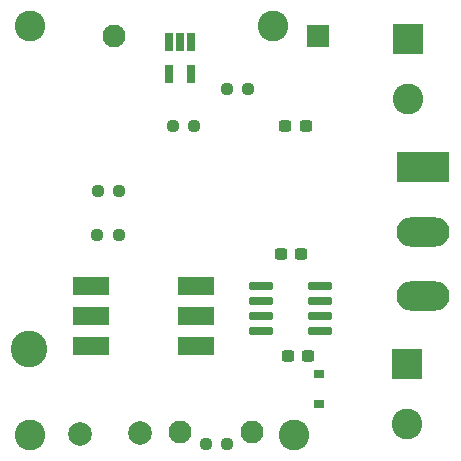
<source format=gbs>
G04 #@! TF.GenerationSoftware,KiCad,Pcbnew,6.0.5-a6ca702e91~116~ubuntu20.04.1*
G04 #@! TF.CreationDate,2022-06-20T16:09:36+05:30*
G04 #@! TF.ProjectId,BackEnd_HeavyDevice_v6,4261636b-456e-4645-9f48-656176794465,rev?*
G04 #@! TF.SameCoordinates,Original*
G04 #@! TF.FileFunction,Soldermask,Bot*
G04 #@! TF.FilePolarity,Negative*
%FSLAX46Y46*%
G04 Gerber Fmt 4.6, Leading zero omitted, Abs format (unit mm)*
G04 Created by KiCad (PCBNEW 6.0.5-a6ca702e91~116~ubuntu20.04.1) date 2022-06-20 16:09:36*
%MOMM*%
%LPD*%
G01*
G04 APERTURE LIST*
G04 Aperture macros list*
%AMRoundRect*
0 Rectangle with rounded corners*
0 $1 Rounding radius*
0 $2 $3 $4 $5 $6 $7 $8 $9 X,Y pos of 4 corners*
0 Add a 4 corners polygon primitive as box body*
4,1,4,$2,$3,$4,$5,$6,$7,$8,$9,$2,$3,0*
0 Add four circle primitives for the rounded corners*
1,1,$1+$1,$2,$3*
1,1,$1+$1,$4,$5*
1,1,$1+$1,$6,$7*
1,1,$1+$1,$8,$9*
0 Add four rect primitives between the rounded corners*
20,1,$1+$1,$2,$3,$4,$5,0*
20,1,$1+$1,$4,$5,$6,$7,0*
20,1,$1+$1,$6,$7,$8,$9,0*
20,1,$1+$1,$8,$9,$2,$3,0*%
G04 Aperture macros list end*
%ADD10R,4.500000X2.500000*%
%ADD11O,4.500000X2.500000*%
%ADD12C,1.950000*%
%ADD13R,1.950000X1.950000*%
%ADD14R,2.600000X2.600000*%
%ADD15C,2.600000*%
%ADD16C,3.100000*%
%ADD17RoundRect,0.237500X0.300000X0.237500X-0.300000X0.237500X-0.300000X-0.237500X0.300000X-0.237500X0*%
%ADD18R,0.900000X0.800000*%
%ADD19C,2.000000*%
%ADD20RoundRect,0.237500X0.250000X0.237500X-0.250000X0.237500X-0.250000X-0.237500X0.250000X-0.237500X0*%
%ADD21R,0.650000X1.560000*%
%ADD22R,3.100000X1.600000*%
%ADD23RoundRect,0.237500X-0.250000X-0.237500X0.250000X-0.237500X0.250000X0.237500X-0.250000X0.237500X0*%
%ADD24RoundRect,0.042000X-0.943000X-0.258000X0.943000X-0.258000X0.943000X0.258000X-0.943000X0.258000X0*%
G04 APERTURE END LIST*
D10*
X147925000Y-110750000D03*
D11*
X147925000Y-116200000D03*
X147925000Y-121650000D03*
D12*
X133383000Y-133195000D03*
X127287000Y-133195000D03*
X121699000Y-99667000D03*
D13*
X138971000Y-99667000D03*
D14*
X146497000Y-127460000D03*
D15*
X146497000Y-132460000D03*
D14*
X146576000Y-99860100D03*
D15*
X146576000Y-104940100D03*
D16*
X114554000Y-126187000D03*
D15*
X137000000Y-133400000D03*
X114600000Y-133400000D03*
X135200000Y-98800000D03*
X114600000Y-98800000D03*
D17*
X137962500Y-107300000D03*
X136237500Y-107300000D03*
D18*
X139100000Y-130770000D03*
X139100000Y-128230000D03*
D19*
X123940000Y-133300000D03*
X118860000Y-133310000D03*
D20*
X133112500Y-104100000D03*
X131287500Y-104100000D03*
X128512500Y-107300000D03*
X126687500Y-107300000D03*
X131312500Y-134200000D03*
X129487500Y-134200000D03*
D21*
X126357000Y-100124000D03*
X127307000Y-100124000D03*
X128257000Y-100124000D03*
X128257000Y-102824000D03*
X126357000Y-102824000D03*
D22*
X119776000Y-125862000D03*
X119776000Y-123322000D03*
X119776000Y-120782000D03*
X128666000Y-120782000D03*
X128666000Y-123322000D03*
X128666000Y-125862000D03*
D23*
X120287500Y-116500000D03*
X122112500Y-116500000D03*
X120342500Y-112751000D03*
X122167500Y-112751000D03*
D24*
X134200000Y-124645000D03*
X134200000Y-123375000D03*
X134200000Y-122105000D03*
X134200000Y-120835000D03*
X139150000Y-120835000D03*
X139150000Y-122105000D03*
X139150000Y-123375000D03*
X139150000Y-124645000D03*
D17*
X138162500Y-126700000D03*
X136437500Y-126700000D03*
X137588500Y-118074000D03*
X135863500Y-118074000D03*
M02*

</source>
